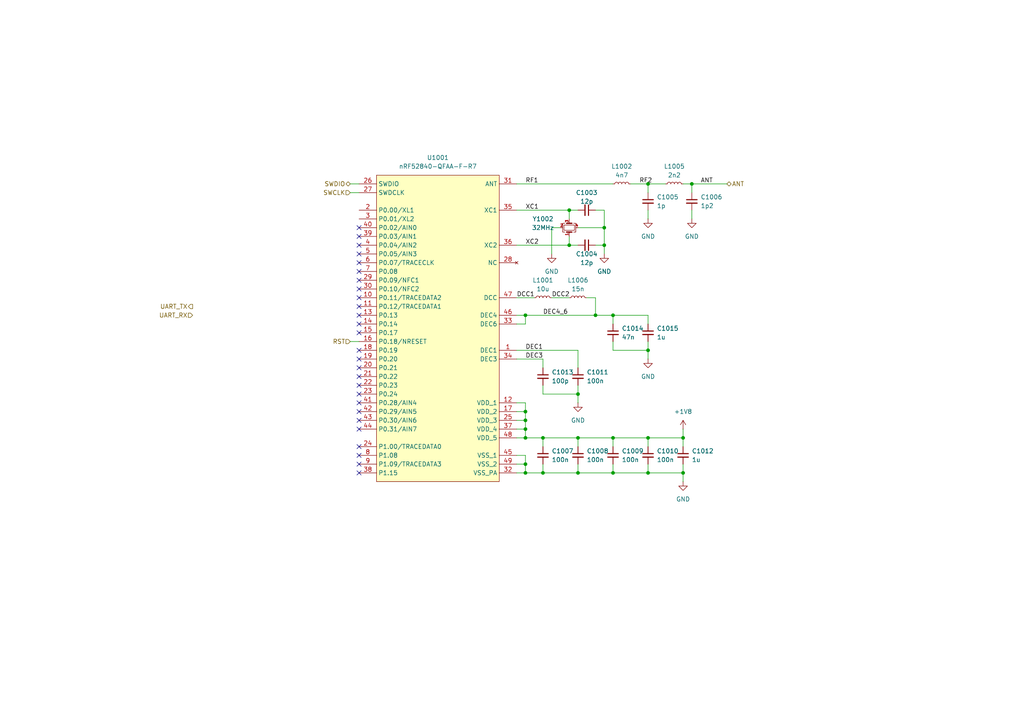
<source format=kicad_sch>
(kicad_sch (version 20231120) (generator "eeschema") (generator_version "8.0")
  (paper "A4")
  (lib_symbols
    (symbol "Device:C_Small" (pin_numbers hide) (pin_names (offset 0.254) hide)
      (property "Reference" "C" (at 0.254 1.778 0))
      (property "Value" "C_Small" (at 0.254 -2.032 0))
      (symbol "C_Small_0_1"
        (polyline (pts (xy -1.524 -0.508) (xy 1.524 -0.508)) (stroke (width 0.3302)))
        (polyline (pts (xy -1.524 0.508) (xy 1.524 0.508)) (stroke (width 0.3048)))
      )
      (symbol "C_Small_1_1"
        (pin passive line (at 0 2.54 270) (length 2.032) (name "~") (number "1"))
        (pin passive line (at 0 -2.54 90) (length 2.032) (name "~") (number "2"))
      )
    )
    (symbol "Device:Crystal_GND24_Small" (pin_names (offset 1.016) hide)
      (property "Reference" "Y" (at 1.27 4.445 0))
      (property "Value" "Crystal_GND24_Small" (at 1.27 2.54 0))
      (symbol "Crystal_GND24_Small_0_1"
        (rectangle (start -0.762 -1.524) (end 0.762 1.524))
        (polyline (pts (xy -1.27 -0.762) (xy -1.27 0.762)) (stroke (width 0.381)))
        (polyline (pts (xy 1.27 -0.762) (xy 1.27 0.762)) (stroke (width 0.381)))
        (polyline (pts (xy -1.27 -1.27) (xy -1.27 -1.905) (xy 1.27 -1.905) (xy 1.27 -1.27)))
        (polyline (pts (xy -1.27 1.27) (xy -1.27 1.905) (xy 1.27 1.905) (xy 1.27 1.27)))
      )
      (symbol "Crystal_GND24_Small_1_1"
        (pin passive line (at -2.54 0 0) (length 1.27) (name "1") (number "1"))
        (pin passive line (at 0 -2.54 90) (length 0.635) (name "2") (number "2"))
        (pin passive line (at 2.54 0 180) (length 1.27) (name "3") (number "3"))
        (pin passive line (at 0 2.54 270) (length 0.635) (name "4") (number "4"))
      )
    )
    (symbol "Device:L_Small" (pin_numbers hide) (pin_names (offset 0.254) hide)
      (property "Reference" "L" (at 0.762 1.016 0))
      (property "Value" "L_Small" (at 0.762 -1.016 0))
      (symbol "L_Small_0_1"
        (arc (start 0 -2.032) (mid 0.5058 -1.524) (end 0 -1.016))
        (arc (start 0 -1.016) (mid 0.5058 -0.508) (end 0 0))
        (arc (start 0 0) (mid 0.5058 0.508) (end 0 1.016))
        (arc (start 0 1.016) (mid 0.5058 1.524) (end 0 2.032))
      )
      (symbol "L_Small_1_1"
        (pin passive line (at 0 2.54 270) (length 0.508) (name "~") (number "1"))
        (pin passive line (at 0 -2.54 90) (length 0.508) (name "~") (number "2"))
      )
    )
    (symbol "nRF52840-QFAA-F-R7:nRF52840-QFAA-F-R7"
      (property "Reference" "U" (at 0 5.08 0))
      (property "Value" "nRF52840-QFAA-F-R7" (at 0 2.54 0))
      (symbol "nRF52840-QFAA-F-R7_1_1"
        (rectangle (start -17.78 0) (end 17.78 -88.9) (fill (type background)))
        (pin passive line (at 22.86 -50.8 180) (length 5.08) (name "DEC1") (number "1"))
        (pin passive line (at -22.86 -35.56 0) (length 5.08) (name "P0.11/TRACEDATA2") (number "10"))
        (pin passive line (at -22.86 -38.1 0) (length 5.08) (name "P0.12/TRACEDATA1") (number "11"))
        (pin passive line (at 22.86 -66.04 180) (length 5.08) (name "VDD_1") (number "12"))
        (pin passive line (at -22.86 -40.64 0) (length 5.08) (name "P0.13") (number "13"))
        (pin passive line (at -22.86 -43.18 0) (length 5.08) (name "P0.14") (number "14"))
        (pin passive line (at -22.86 -45.72 0) (length 5.08) (name "P0.17") (number "15"))
        (pin passive line (at -22.86 -48.26 0) (length 5.08) (name "P0.18/NRESET") (number "16"))
        (pin passive line (at 22.86 -68.58 180) (length 5.08) (name "VDD_2") (number "17"))
        (pin passive line (at -22.86 -50.8 0) (length 5.08) (name "P0.19") (number "18"))
        (pin passive line (at -22.86 -53.34 0) (length 5.08) (name "P0.20") (number "19"))
        (pin passive line (at -22.86 -10.16 0) (length 5.08) (name "P0.00/XL1") (number "2"))
        (pin passive line (at -22.86 -55.88 0) (length 5.08) (name "P0.21") (number "20"))
        (pin passive line (at -22.86 -58.42 0) (length 5.08) (name "P0.22") (number "21"))
        (pin passive line (at -22.86 -60.96 0) (length 5.08) (name "P0.23") (number "22"))
        (pin passive line (at -22.86 -63.5 0) (length 5.08) (name "P0.24") (number "23"))
        (pin passive line (at -22.86 -78.74 0) (length 5.08) (name "P1.00/TRACEDATA0") (number "24"))
        (pin passive line (at 22.86 -71.12 180) (length 5.08) (name "VDD_3") (number "25"))
        (pin passive line (at -22.86 -2.54 0) (length 5.08) (name "SWDIO") (number "26"))
        (pin passive line (at -22.86 -5.08 0) (length 5.08) (name "SWDCLK") (number "27"))
        (pin no_connect line (at 22.86 -25.4 180) (length 5.08) (name "NC") (number "28"))
        (pin passive line (at -22.86 -30.48 0) (length 5.08) (name "P0.09/NFC1") (number "29"))
        (pin passive line (at -22.86 -12.7 0) (length 5.08) (name "P0.01/XL2") (number "3"))
        (pin passive line (at -22.86 -33.02 0) (length 5.08) (name "P0.10/NFC2") (number "30"))
        (pin passive line (at 22.86 -2.54 180) (length 5.08) (name "ANT") (number "31"))
        (pin passive line (at 22.86 -86.36 180) (length 5.08) (name "VSS_PA") (number "32"))
        (pin passive line (at 22.86 -43.18 180) (length 5.08) (name "DEC6") (number "33"))
        (pin passive line (at 22.86 -53.34 180) (length 5.08) (name "DEC3") (number "34"))
        (pin passive line (at 22.86 -10.16 180) (length 5.08) (name "XC1") (number "35"))
        (pin passive line (at 22.86 -20.32 180) (length 5.08) (name "XC2") (number "36"))
        (pin passive line (at 22.86 -73.66 180) (length 5.08) (name "VDD_4") (number "37"))
        (pin passive line (at -22.86 -86.36 0) (length 5.08) (name "P1.15") (number "38"))
        (pin passive line (at -22.86 -17.78 0) (length 5.08) (name "P0.03/AIN1") (number "39"))
        (pin passive line (at -22.86 -20.32 0) (length 5.08) (name "P0.04/AIN2") (number "4"))
        (pin passive line (at -22.86 -15.24 0) (length 5.08) (name "P0.02/AIN0") (number "40"))
        (pin passive line (at -22.86 -66.04 0) (length 5.08) (name "P0.28/AIN4") (number "41"))
        (pin passive line (at -22.86 -68.58 0) (length 5.08) (name "P0.29/AIN5") (number "42"))
        (pin passive line (at -22.86 -71.12 0) (length 5.08) (name "P0.30/AIN6") (number "43"))
        (pin passive line (at -22.86 -73.66 0) (length 5.08) (name "P0.31/AIN7") (number "44"))
        (pin passive line (at 22.86 -81.28 180) (length 5.08) (name "VSS_1") (number "45"))
        (pin passive line (at 22.86 -40.64 180) (length 5.08) (name "DEC4") (number "46"))
        (pin passive line (at 22.86 -35.56 180) (length 5.08) (name "DCC") (number "47"))
        (pin passive line (at 22.86 -76.2 180) (length 5.08) (name "VDD_5") (number "48"))
        (pin passive line (at 22.86 -83.82 180) (length 5.08) (name "VSS_2") (number "49"))
        (pin passive line (at -22.86 -22.86 0) (length 5.08) (name "P0.05/AIN3") (number "5"))
        (pin passive line (at -22.86 -25.4 0) (length 5.08) (name "P0.07/TRACECLK") (number "6"))
        (pin passive line (at -22.86 -27.94 0) (length 5.08) (name "P0.08") (number "7"))
        (pin passive line (at -22.86 -81.28 0) (length 5.08) (name "P1.08") (number "8"))
        (pin passive line (at -22.86 -83.82 0) (length 5.08) (name "P1.09/TRACEDATA3") (number "9"))
      )
    )
    (symbol "power:+1V8" (power) (pin_numbers hide) (pin_names (offset 0) hide)
      (property "Value" "+1V8" (at 0 3.556 0))
      (symbol "+1V8_0_1"
        (polyline (pts (xy -0.762 1.27) (xy 0 2.54)))
        (polyline (pts (xy 0 0) (xy 0 2.54)))
        (polyline (pts (xy 0 2.54) (xy 0.762 1.27)))
      )
      (symbol "+1V8_1_1"
        (pin power_in line (at 0 0 90) (length 0) (name "~") (number "1"))
      )
    )
    (symbol "power:GND" (power) (pin_numbers hide) (pin_names (offset 0) hide)
      (property "Value" "GND" (at 0 -3.81 0))
      (symbol "GND_0_1"
        (polyline (pts (xy 0 0) (xy 0 -1.27) (xy 1.27 -1.27) (xy 0 -2.54) (xy -1.27 -1.27) (xy 0 -1.27)))
      )
      (symbol "GND_1_1"
        (pin power_in line (at 0 0 270) (length 0) (name "~") (number "1"))
      )
    )
  )
  (junction (at 175.26 66.04))
  (junction (at 187.96 53.34))
  (junction (at 187.96 127))
  (junction (at 187.96 137.16))
  (junction (at 152.4 119.38))
  (junction (at 167.64 114.3))
  (junction (at 177.8 127))
  (junction (at 152.4 91.44))
  (junction (at 177.8 137.16))
  (junction (at 175.26 71.12))
  (junction (at 177.8 91.44))
  (junction (at 152.4 127))
  (junction (at 198.12 137.16))
  (junction (at 200.66 53.34))
  (junction (at 167.64 137.16))
  (junction (at 172.72 91.44))
  (junction (at 157.48 127))
  (junction (at 152.4 124.46))
  (junction (at 165.1 60.96))
  (junction (at 167.64 127))
  (junction (at 152.4 134.62))
  (junction (at 152.4 121.92))
  (junction (at 152.4 137.16))
  (junction (at 157.48 137.16))
  (junction (at 187.96 101.6))
  (junction (at 165.1 71.12))
  (junction (at 198.12 127))
  (no_connect (at 104.14 91.44))
  (no_connect (at 104.14 116.84))
  (no_connect (at 104.14 132.08))
  (no_connect (at 104.14 86.36))
  (no_connect (at 104.14 101.6))
  (no_connect (at 104.14 111.76))
  (no_connect (at 104.14 114.3))
  (no_connect (at 104.14 134.62))
  (no_connect (at 104.14 71.12))
  (no_connect (at 104.14 104.14))
  (no_connect (at 104.14 137.16))
  (no_connect (at 104.14 78.74))
  (no_connect (at 104.14 109.22))
  (no_connect (at 104.14 96.52))
  (no_connect (at 104.14 119.38))
  (no_connect (at 104.14 129.54))
  (no_connect (at 104.14 68.58))
  (no_connect (at 104.14 83.82))
  (no_connect (at 104.14 124.46))
  (no_connect (at 104.14 93.98))
  (no_connect (at 104.14 121.92))
  (no_connect (at 104.14 76.2))
  (no_connect (at 104.14 106.68))
  (no_connect (at 104.14 66.04))
  (no_connect (at 104.14 73.66))
  (no_connect (at 104.14 81.28))
  (no_connect (at 104.14 88.9))
  (wire (pts (xy 157.48 111.76) (xy 157.48 114.3)))
  (wire (pts (xy 198.12 124.46) (xy 198.12 127)))
  (wire (pts (xy 167.64 111.76) (xy 167.64 114.3)))
  (wire (pts (xy 152.4 134.62) (xy 152.4 137.16)))
  (wire (pts (xy 187.96 101.6) (xy 187.96 104.14)))
  (wire (pts (xy 200.66 53.34) (xy 210.82 53.34)))
  (wire (pts (xy 152.4 121.92) (xy 149.86 121.92)))
  (wire (pts (xy 187.96 60.96) (xy 187.96 63.5)))
  (wire (pts (xy 165.1 68.58) (xy 165.1 71.12)))
  (wire (pts (xy 160.02 86.36) (xy 165.1 86.36)))
  (wire (pts (xy 167.64 127) (xy 177.8 127)))
  (wire (pts (xy 149.86 91.44) (xy 152.4 91.44)))
  (wire (pts (xy 175.26 71.12) (xy 175.26 73.66)))
  (wire (pts (xy 167.64 137.16) (xy 167.64 134.62)))
  (wire (pts (xy 152.4 121.92) (xy 152.4 119.38)))
  (wire (pts (xy 167.64 114.3) (xy 167.64 116.84)))
  (wire (pts (xy 170.18 86.36) (xy 172.72 86.36)))
  (wire (pts (xy 200.66 55.88) (xy 200.66 53.34)))
  (wire (pts (xy 152.4 137.16) (xy 157.48 137.16)))
  (wire (pts (xy 160.02 66.04) (xy 162.56 66.04)))
  (wire (pts (xy 187.96 137.16) (xy 198.12 137.16)))
  (wire (pts (xy 172.72 71.12) (xy 175.26 71.12)))
  (wire (pts (xy 175.26 60.96) (xy 175.26 66.04)))
  (wire (pts (xy 175.26 66.04) (xy 175.26 71.12)))
  (wire (pts (xy 149.86 71.12) (xy 165.1 71.12)))
  (wire (pts (xy 167.64 137.16) (xy 177.8 137.16)))
  (wire (pts (xy 152.4 121.92) (xy 152.4 124.46)))
  (wire (pts (xy 101.6 99.06) (xy 104.14 99.06)))
  (wire (pts (xy 152.4 93.98) (xy 152.4 91.44)))
  (wire (pts (xy 177.8 101.6) (xy 177.8 99.06)))
  (wire (pts (xy 200.66 60.96) (xy 200.66 63.5)))
  (wire (pts (xy 187.96 93.98) (xy 187.96 91.44)))
  (wire (pts (xy 177.8 127) (xy 187.96 127)))
  (wire (pts (xy 187.96 127) (xy 198.12 127)))
  (wire (pts (xy 177.8 137.16) (xy 177.8 134.62)))
  (wire (pts (xy 172.72 91.44) (xy 177.8 91.44)))
  (wire (pts (xy 198.12 53.34) (xy 200.66 53.34)))
  (wire (pts (xy 149.86 53.34) (xy 177.8 53.34)))
  (wire (pts (xy 157.48 127) (xy 152.4 127)))
  (wire (pts (xy 101.6 53.34) (xy 104.14 53.34)))
  (wire (pts (xy 149.86 104.14) (xy 157.48 104.14)))
  (wire (pts (xy 152.4 127) (xy 149.86 127)))
  (wire (pts (xy 152.4 132.08) (xy 152.4 134.62)))
  (wire (pts (xy 177.8 127) (xy 177.8 129.54)))
  (wire (pts (xy 172.72 86.36) (xy 172.72 91.44)))
  (wire (pts (xy 149.86 93.98) (xy 152.4 93.98)))
  (wire (pts (xy 177.8 101.6) (xy 187.96 101.6)))
  (wire (pts (xy 149.86 137.16) (xy 152.4 137.16)))
  (wire (pts (xy 157.48 127) (xy 167.64 127)))
  (wire (pts (xy 177.8 91.44) (xy 187.96 91.44)))
  (wire (pts (xy 167.64 101.6) (xy 167.64 106.68)))
  (wire (pts (xy 149.86 101.6) (xy 167.64 101.6)))
  (wire (pts (xy 167.64 66.04) (xy 175.26 66.04)))
  (wire (pts (xy 198.12 127) (xy 198.12 129.54)))
  (wire (pts (xy 149.86 134.62) (xy 152.4 134.62)))
  (wire (pts (xy 187.96 137.16) (xy 187.96 134.62)))
  (wire (pts (xy 157.48 114.3) (xy 167.64 114.3)))
  (wire (pts (xy 198.12 137.16) (xy 198.12 139.7)))
  (wire (pts (xy 152.4 91.44) (xy 172.72 91.44)))
  (wire (pts (xy 165.1 63.5) (xy 165.1 60.96)))
  (wire (pts (xy 177.8 93.98) (xy 177.8 91.44)))
  (wire (pts (xy 101.6 55.88) (xy 104.14 55.88)))
  (wire (pts (xy 149.86 60.96) (xy 165.1 60.96)))
  (wire (pts (xy 167.64 71.12) (xy 165.1 71.12)))
  (wire (pts (xy 152.4 119.38) (xy 149.86 119.38)))
  (wire (pts (xy 175.26 60.96) (xy 172.72 60.96)))
  (wire (pts (xy 149.86 132.08) (xy 152.4 132.08)))
  (wire (pts (xy 187.96 53.34) (xy 193.04 53.34)))
  (wire (pts (xy 187.96 99.06) (xy 187.96 101.6)))
  (wire (pts (xy 157.48 106.68) (xy 157.48 104.14)))
  (wire (pts (xy 157.48 137.16) (xy 167.64 137.16)))
  (wire (pts (xy 182.88 53.34) (xy 187.96 53.34)))
  (wire (pts (xy 152.4 116.84) (xy 149.86 116.84)))
  (wire (pts (xy 187.96 53.34) (xy 187.96 55.88)))
  (wire (pts (xy 165.1 60.96) (xy 167.64 60.96)))
  (wire (pts (xy 160.02 66.04) (xy 160.02 73.66)))
  (wire (pts (xy 167.64 127) (xy 167.64 129.54)))
  (wire (pts (xy 152.4 116.84) (xy 152.4 119.38)))
  (wire (pts (xy 157.48 129.54) (xy 157.48 127)))
  (wire (pts (xy 152.4 127) (xy 152.4 124.46)))
  (wire (pts (xy 149.86 86.36) (xy 154.94 86.36)))
  (wire (pts (xy 177.8 137.16) (xy 187.96 137.16)))
  (wire (pts (xy 152.4 124.46) (xy 149.86 124.46)))
  (wire (pts (xy 198.12 137.16) (xy 198.12 134.62)))
  (wire (pts (xy 187.96 127) (xy 187.96 129.54)))
  (wire (pts (xy 157.48 137.16) (xy 157.48 134.62)))
  (label "RF1" (at 152.4 53.34 0))
  (label "DCC2" (at 160.02 86.36 0))
  (label "DCC1" (at 149.86 86.36 0))
  (label "DEC4_6" (at 157.48 91.44 0))
  (label "RF2" (at 185.42 53.34 0))
  (label "XC2" (at 152.4 71.12 0))
  (label "XC1" (at 152.4 60.96 0))
  (label "DEC3" (at 152.4 104.14 0))
  (label "ANT" (at 203.2 53.34 0))
  (label "DEC1" (at 152.4 101.6 0))
  (hierarchical_label "UART_RX" (shape input) (at 55.88 91.44 180))
  (hierarchical_label "RST" (shape input) (at 101.6 99.06 180))
  (hierarchical_label "ANT" (shape bidirectional) (at 210.82 53.34 0))
  (hierarchical_label "UART_TX" (shape output) (at 55.88 88.9 180))
  (hierarchical_label "SWDIO" (shape bidirectional) (at 101.6 53.34 180))
  (hierarchical_label "SWCLK" (shape input) (at 101.6 55.88 180))
  (symbol (lib_id "power:GND") (at 167.64 116.84 0) (unit 1)
    (property "Reference" "#PWR01007" (effects (hide yes)))
    (property "Value" "GND" (at 167.64 121.92 0))
    (property "Description" "Power symbol creates a global label with name \"GND\" , ground" (effects (hide yes)))
    (instances (project "keyboard_v2" (path "" (reference "#PWR01007") (unit 1)) (path "" (reference "#PWR0907") (unit 1))))
  )
  (symbol (lib_id "Device:C_Small") (at 157.48 109.22 0) (unit 1)
    (property "Reference" "C1013" (at 160.02 107.9562 0) (effects (justify left)))
    (property "Value" "100p" (at 160.02 110.4962 0) (effects (justify left)))
    (property "Footprint" "Capacitor_SMD:C_0402_1005Metric" (effects (hide yes)))
    (property "Description" "Unpolarized capacitor, small symbol" (effects (hide yes)))
    (instances (project "keyboard_v2" (path "" (reference "C1013") (unit 1)) (path "" (reference "C913") (unit 1))))
  )
  (symbol (lib_id "Device:C_Small") (at 187.96 58.42 0) (unit 1)
    (property "Reference" "C1005" (at 190.5 57.1562 0) (effects (justify left)))
    (property "Value" "1p" (at 190.5 59.6962 0) (effects (justify left)))
    (property "Footprint" "Capacitor_SMD:C_0402_1005Metric" (effects (hide yes)))
    (property "Description" "Unpolarized capacitor, small symbol" (effects (hide yes)))
    (instances (project "keyboard_v2" (path "" (reference "C1005") (unit 1)) (path "" (reference "C905") (unit 1))))
  )
  (symbol (lib_id "power:GND") (at 175.26 73.66 0) (unit 1)
    (property "Reference" "#PWR01004" (effects (hide yes)))
    (property "Value" "GND" (at 175.26 78.74 0))
    (property "Description" "Power symbol creates a global label with name \"GND\" , ground" (effects (hide yes)))
    (instances (project "keyboard_v2" (path "" (reference "#PWR01004") (unit 1)) (path "" (reference "#PWR0904") (unit 1))))
  )
  (symbol (lib_id "Device:C_Small") (at 200.66 58.42 0) (unit 1)
    (property "Reference" "C1006" (at 203.2 57.1562 0) (effects (justify left)))
    (property "Value" "1p2" (at 203.2 59.6962 0) (effects (justify left)))
    (property "Footprint" "Capacitor_SMD:C_0402_1005Metric" (effects (hide yes)))
    (property "Description" "Unpolarized capacitor, small symbol" (effects (hide yes)))
    (instances (project "keyboard_v2" (path "" (reference "C1006") (unit 1)) (path "" (reference "C906") (unit 1))))
  )
  (symbol (lib_id "nRF52840-QFAA-F-R7:nRF52840-QFAA-F-R7") (at 127 50.8 0) (unit 1)
    (property "Reference" "U1001" (at 127 45.72 0))
    (property "Value" "nRF52840-QFAA-F-R7" (at 127 48.26 0))
    (property "Footprint" "keyboard_footprints:QFN40P600X600X95-49N-D" (effects (hide yes)))
    (property "Datasheet" "https://infocenter.nordicsemi.com/pdf/nRF52840_PS_v1.7.pdf" (effects (hide yes)))
    (property "Description" "RF System on a Chip - SoC Multiprotocol Bluetooth 5.3 SoC supporting Bluetooth Low Energy, Bluetooth mesh, NFC, Thread and Zigbee" (effects (hide yes)))
    (property "Height" "0.95" (effects (hide yes)))
    (property "Manufacturer_Name" "Nordic Semiconductor" (effects (hide yes)))
    (property "Manufacturer_Part_Number" "nRF52840-QFAA-F-R7" (effects (hide yes)))
    (property "Mouser Part Number" "949-NRF52840QFAAF-R7" (effects (hide yes)))
    (property "Mouser Price/Stock" "https://www.mouser.co.uk/ProductDetail/Nordic-Semiconductor/nRF52840-QFAA-F-R7?qs=TCDPyi3sCW2TA2kPWr8xHQ%3D%3D" (effects (hide yes)))
    (property "Arrow Part Number" "NRF52840-QFAA-F-R7" (effects (hide yes)))
    (property "Arrow Price/Stock" "null?region=nac" (effects (hide yes)))
    (instances (project "keyboard_v2" (path "" (reference "U1001") (unit 1)) (path "" (reference "U901") (unit 1))))
  )
  (symbol (lib_id "power:GND") (at 160.02 73.66 0) (unit 1)
    (property "Reference" "#PWR01003" (effects (hide yes)))
    (property "Value" "GND" (at 160.02 78.74 0))
    (property "Description" "Power symbol creates a global label with name \"GND\" , ground" (effects (hide yes)))
    (instances (project "keyboard_v2" (path "" (reference "#PWR01003") (unit 1)) (path "" (reference "#PWR0903") (unit 1))))
  )
  (symbol (lib_id "power:+1V8") (at 198.12 124.46 0) (mirror y) (unit 1)
    (property "Reference" "#PWR01008" (effects (hide yes)))
    (property "Value" "+1V8" (at 198.12 119.38 0))
    (property "Description" "Power symbol creates a global label with name \"+1V8\"" (effects (hide yes)))
    (instances (project "keyboard_v2" (path "" (reference "#PWR01008") (unit 1)) (path "" (reference "#PWR0908") (unit 1))))
  )
  (symbol (lib_id "Device:L_Small") (at 180.34 53.34 90) (unit 1)
    (property "Reference" "L1002" (at 180.34 48.26 90))
    (property "Value" "4n7" (at 180.34 50.8 90))
    (property "Footprint" "Inductor_SMD:L_0402_1005Metric" (effects (hide yes)))
    (property "Description" "Inductor, small symbol" (effects (hide yes)))
    (instances (project "keyboard_v2" (path "" (reference "L1002") (unit 1)) (path "" (reference "L902") (unit 1))))
  )
  (symbol (lib_id "Device:L_Small") (at 167.64 86.36 90) (unit 1)
    (property "Reference" "L1006" (at 167.64 81.28 90))
    (property "Value" "15n" (at 167.64 83.82 90))
    (property "Footprint" "Inductor_SMD:L_0402_1005Metric" (effects (hide yes)))
    (property "Description" "Inductor, small symbol" (effects (hide yes)))
    (instances (project "keyboard_v2" (path "" (reference "L1006") (unit 1)) (path "" (reference "L906") (unit 1))))
  )
  (symbol (lib_id "power:GND") (at 187.96 104.14 0) (unit 1)
    (property "Reference" "#PWR01006" (effects (hide yes)))
    (property "Value" "GND" (at 187.96 109.22 0))
    (property "Description" "Power symbol creates a global label with name \"GND\" , ground" (effects (hide yes)))
    (instances (project "keyboard_v2" (path "" (reference "#PWR01006") (unit 1)) (path "" (reference "#PWR0906") (unit 1))))
  )
  (symbol (lib_id "Device:C_Small") (at 170.18 71.12 270) (mirror x) (unit 1)
    (property "Reference" "C1004" (at 170.18 73.66 90))
    (property "Value" "12p" (at 170.18 76.2 90))
    (property "Footprint" "Capacitor_SMD:C_0402_1005Metric" (effects (hide yes)))
    (property "Description" "Unpolarized capacitor, small symbol" (effects (hide yes)))
    (instances (project "keyboard_v2" (path "" (reference "C1004") (unit 1)) (path "" (reference "C904") (unit 1))))
  )
  (symbol (lib_id "Device:C_Small") (at 198.12 132.08 0) (unit 1)
    (property "Reference" "C1012" (at 200.66 130.8162 0) (effects (justify left)))
    (property "Value" "1u" (at 200.66 133.3562 0) (effects (justify left)))
    (property "Footprint" "Capacitor_SMD:C_0402_1005Metric" (effects (hide yes)))
    (property "Description" "Unpolarized capacitor, small symbol" (effects (hide yes)))
    (instances (project "keyboard_v2" (path "" (reference "C1012") (unit 1)) (path "" (reference "C912") (unit 1))))
  )
  (symbol (lib_id "Device:C_Small") (at 187.96 96.52 0) (unit 1)
    (property "Reference" "C1015" (at 190.5 95.2562 0) (effects (justify left)))
    (property "Value" "1u" (at 190.5 97.7962 0) (effects (justify left)))
    (property "Footprint" "Capacitor_SMD:C_0402_1005Metric" (effects (hide yes)))
    (property "Description" "Unpolarized capacitor, small symbol" (effects (hide yes)))
    (instances (project "keyboard_v2" (path "" (reference "C1015") (unit 1)) (path "" (reference "C915") (unit 1))))
  )
  (symbol (lib_id "Device:C_Small") (at 170.18 60.96 270) (unit 1)
    (property "Reference" "C1003" (at 170.1736 55.88 90))
    (property "Value" "12p" (at 170.1736 58.42 90))
    (property "Footprint" "Capacitor_SMD:C_0402_1005Metric" (effects (hide yes)))
    (property "Description" "Unpolarized capacitor, small symbol" (effects (hide yes)))
    (instances (project "keyboard_v2" (path "" (reference "C1003") (unit 1)) (path "" (reference "C903") (unit 1))))
  )
  (symbol (lib_id "power:GND") (at 200.66 63.5 0) (unit 1)
    (property "Reference" "#PWR01002" (effects (hide yes)))
    (property "Value" "GND" (at 200.66 68.58 0))
    (property "Description" "Power symbol creates a global label with name \"GND\" , ground" (effects (hide yes)))
    (instances (project "keyboard_v2" (path "" (reference "#PWR01002") (unit 1)) (path "" (reference "#PWR0902") (unit 1))))
  )
  (symbol (lib_id "Device:C_Small") (at 187.96 132.08 0) (unit 1)
    (property "Reference" "C1010" (at 190.5 130.8162 0) (effects (justify left)))
    (property "Value" "100n" (at 190.5 133.3562 0) (effects (justify left)))
    (property "Footprint" "Capacitor_SMD:C_0402_1005Metric" (effects (hide yes)))
    (property "Description" "Unpolarized capacitor, small symbol" (effects (hide yes)))
    (instances (project "keyboard_v2" (path "" (reference "C1010") (unit 1)) (path "" (reference "C910") (unit 1))))
  )
  (symbol (lib_id "Device:C_Small") (at 167.64 109.22 0) (unit 1)
    (property "Reference" "C1011" (at 170.18 107.9562 0) (effects (justify left)))
    (property "Value" "100n" (at 170.18 110.4962 0) (effects (justify left)))
    (property "Footprint" "Capacitor_SMD:C_0402_1005Metric" (effects (hide yes)))
    (property "Description" "Unpolarized capacitor, small symbol" (effects (hide yes)))
    (instances (project "keyboard_v2" (path "" (reference "C1011") (unit 1)) (path "" (reference "C911") (unit 1))))
  )
  (symbol (lib_id "Device:C_Small") (at 167.64 132.08 0) (unit 1)
    (property "Reference" "C1008" (at 170.18 130.8162 0) (effects (justify left)))
    (property "Value" "100n" (at 170.18 133.3562 0) (effects (justify left)))
    (property "Footprint" "Capacitor_SMD:C_0402_1005Metric" (effects (hide yes)))
    (property "Description" "Unpolarized capacitor, small symbol" (effects (hide yes)))
    (instances (project "keyboard_v2" (path "" (reference "C1008") (unit 1)) (path "" (reference "C908") (unit 1))))
  )
  (symbol (lib_id "Device:Crystal_GND24_Small") (at 165.1 66.04 270) (mirror x) (unit 1)
    (property "Reference" "Y1002" (at 157.48 63.5 90))
    (property "Value" "32MHz" (at 157.48 66.04 90))
    (property "Footprint" "Crystal:Crystal_SMD_2016-4Pin_2.0x1.6mm" (effects (hide yes)))
    (property "Description" "Four pin crystal, GND on pins 2 and 4, small symbol" (effects (hide yes)))
    (property "Name" "ECS-320-8-37B2-JTY-TR" (effects (hide yes)))
    (instances (project "keyboard_v2" (path "" (reference "Y1002") (unit 1)) (path "" (reference "Y902") (unit 1))))
  )
  (symbol (lib_id "Device:L_Small") (at 157.48 86.36 90) (unit 1)
    (property "Reference" "L1001" (at 157.48 81.28 90))
    (property "Value" "10u" (at 157.48 83.82 90))
    (property "Footprint" "Inductor_SMD:L_0402_1005Metric" (effects (hide yes)))
    (property "Description" "Inductor, small symbol" (effects (hide yes)))
    (instances (project "keyboard_v2" (path "" (reference "L1001") (unit 1)) (path "" (reference "L901") (unit 1))))
  )
  (symbol (lib_id "Device:C_Small") (at 177.8 132.08 0) (unit 1)
    (property "Reference" "C1009" (at 180.34 130.8162 0) (effects (justify left)))
    (property "Value" "100n" (at 180.34 133.3562 0) (effects (justify left)))
    (property "Footprint" "Capacitor_SMD:C_0402_1005Metric" (effects (hide yes)))
    (property "Description" "Unpolarized capacitor, small symbol" (effects (hide yes)))
    (instances (project "keyboard_v2" (path "" (reference "C1009") (unit 1)) (path "" (reference "C909") (unit 1))))
  )
  (symbol (lib_id "Device:C_Small") (at 157.48 132.08 0) (unit 1)
    (property "Reference" "C1007" (at 160.02 130.8162 0) (effects (justify left)))
    (property "Value" "100n" (at 160.02 133.3562 0) (effects (justify left)))
    (property "Footprint" "Capacitor_SMD:C_0402_1005Metric" (effects (hide yes)))
    (property "Description" "Unpolarized capacitor, small symbol" (effects (hide yes)))
    (instances (project "keyboard_v2" (path "" (reference "C1007") (unit 1)) (path "" (reference "C907") (unit 1))))
  )
  (symbol (lib_id "power:GND") (at 198.12 139.7 0) (unit 1)
    (property "Reference" "#PWR01005" (effects (hide yes)))
    (property "Value" "GND" (at 198.12 144.78 0))
    (property "Description" "Power symbol creates a global label with name \"GND\" , ground" (effects (hide yes)))
    (instances (project "keyboard_v2" (path "" (reference "#PWR01005") (unit 1)) (path "" (reference "#PWR0905") (unit 1))))
  )
  (symbol (lib_id "power:GND") (at 187.96 63.5 0) (unit 1)
    (property "Reference" "#PWR01001" (effects (hide yes)))
    (property "Value" "GND" (at 187.96 68.58 0))
    (property "Description" "Power symbol creates a global label with name \"GND\" , ground" (effects (hide yes)))
    (instances (project "keyboard_v2" (path "" (reference "#PWR01001") (unit 1)) (path "" (reference "#PWR0901") (unit 1))))
  )
  (symbol (lib_id "Device:C_Small") (at 177.8 96.52 0) (unit 1)
    (property "Reference" "C1014" (at 180.34 95.2562 0) (effects (justify left)))
    (property "Value" "47n" (at 180.34 97.7962 0) (effects (justify left)))
    (property "Footprint" "Capacitor_SMD:C_0402_1005Metric" (effects (hide yes)))
    (property "Description" "Unpolarized capacitor, small symbol" (effects (hide yes)))
    (instances (project "keyboard_v2" (path "" (reference "C1014") (unit 1)) (path "" (reference "C914") (unit 1))))
  )
  (symbol (lib_id "Device:L_Small") (at 195.58 53.34 90) (unit 1)
    (property "Reference" "L1005" (at 195.58 48.26 90))
    (property "Value" "2n2" (at 195.58 50.8 90))
    (property "Footprint" "Inductor_SMD:L_0402_1005Metric" (effects (hide yes)))
    (property "Description" "Inductor, small symbol" (effects (hide yes)))
    (instances (project "keyboard_v2" (path "" (reference "L1005") (unit 1)) (path "" (reference "L905") (unit 1))))
  )
)
</source>
